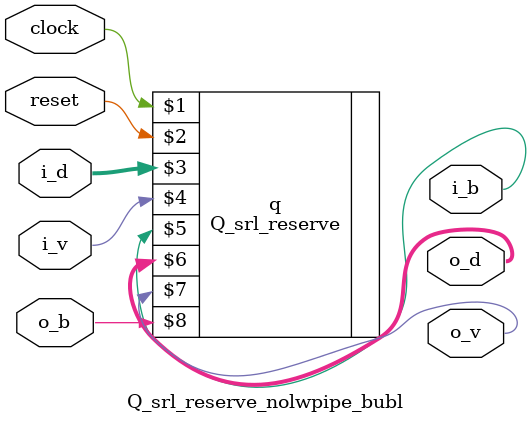
<source format=v>


`ifdef  Q_srl_reserve_nolwpipe_bubl
`else
`define Q_srl_reserve_nolwpipe_bubl


`include "Q_srl_reserve.v"


module Q_srl_reserve_nolwpipe_bubl (clock, reset, i_d, i_v, i_b, o_d, o_v, o_b);

   parameter depth   = 16;   // - greatest #items in queue  (2 <= depth <= 256)
   parameter width   = 16;   // - width of data (i_d, o_d)
   parameter lpipe   =  0;   // - logic pipelining depth (retimabl Q_fifo_bubl)
   parameter wpipe   =  0;   // - wire  pipelining depth (nonretim bidir regs)

   input     clock;
   input     reset;
   
   input  [width-1:0] i_d;	// - input  stream data (concat data + eos)
   input              i_v;	// - input  stream valid
   output             i_b;	// - input  stream back-pressure

   output [width-1:0] o_d;	// - output stream data (concat data + eos)
   output             o_v;	// - output stream valid
   input              o_b;	// - output stream back-pressure

   // - [ wiring from ``Q_srl_reserve_lwpipe.v'' DELETED ]

   // - NO logic pipelining
   // Q_fifo_bubl     #(lpipe_,width) q_lpipe (clock,reset,lid,liv,lib,lod,lov,lob);

   // - NO interconnect pipelining
   // Q_pipe_noretime #(wpipe_,width) q_wpipe (clock,reset,wid,wiv,wib,wod,wov,wob);

   // - queue with reserve capacity
   // Q_srl_reserve #(depth,width,wpipe*2) q (clock,reset,qid,qiv,qib,qod,qov,qob);
   Q_srl_reserve    #(depth,width,wpipe*2) q (clock,reset,i_d,i_v,i_b,o_d,o_v,o_b);
   
endmodule // Q_srl_reserve_nolwpipe_bubl


`endif  // `ifdef  Q_srl_reserve_nolwpipe_bubl

</source>
